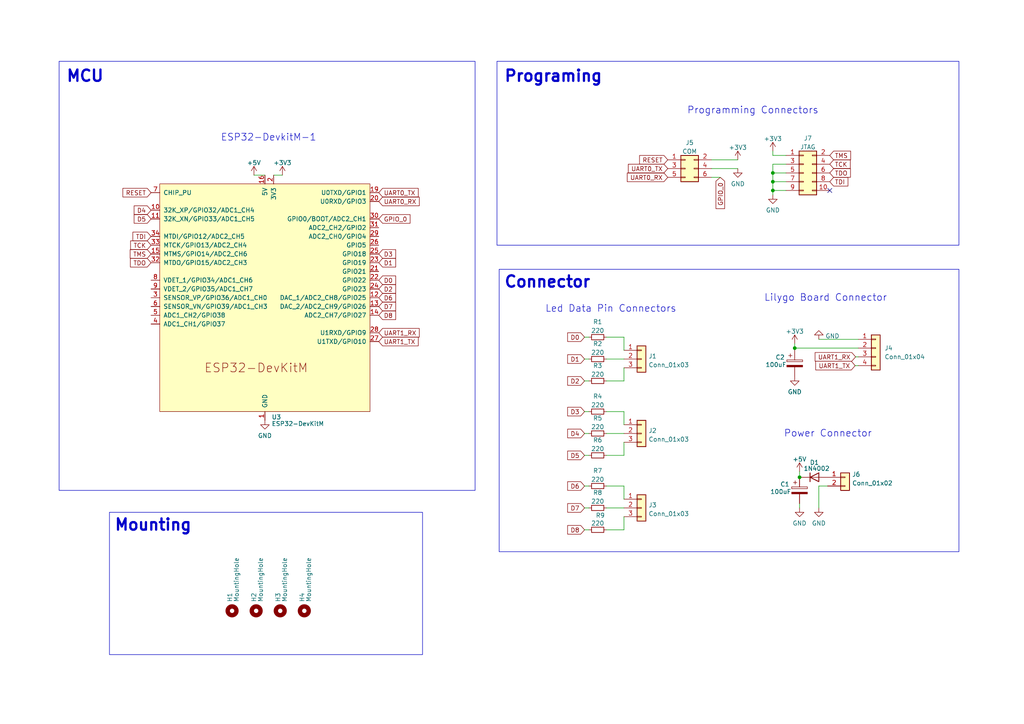
<source format=kicad_sch>
(kicad_sch (version 20230121) (generator eeschema)
  (paper "A4")
  (title_block (title "Led Cube Board") (date "2023-04-20") (rev "v1.0"))
  (lib_symbols
    (symbol "Connector_Generic:Conn_01x02" (pin_names (offset 1.016) hide)
      (property "Reference" "J" (at 0 2.54 0))
      (property "Value" "Conn_01x02" (at 0 -5.08 0))
      (symbol "Conn_01x02_1_1"
        (rectangle (start -1.27 -2.413) (end 0 -2.667) (stroke (width 0.1524)))
        (rectangle (start -1.27 0.127) (end 0 -0.127) (stroke (width 0.1524)))
        (rectangle (start -1.27 1.27) (end 1.27 -3.81) (stroke (width 0.254)) (fill (type background)))
        (pin passive line (at -5.08 0 0) (length 3.81) (name "Pin_1") (number "1"))
        (pin passive line (at -5.08 -2.54 0) (length 3.81) (name "Pin_2") (number "2"))
      )
    )
    (symbol "Connector_Generic:Conn_01x03" (pin_names (offset 1.016) hide)
      (property "Reference" "J" (at 0 5.08 0))
      (property "Value" "Conn_01x03" (at 0 -5.08 0))
      (symbol "Conn_01x03_1_1"
        (rectangle (start -1.27 -2.413) (end 0 -2.667) (stroke (width 0.1524)))
        (rectangle (start -1.27 0.127) (end 0 -0.127) (stroke (width 0.1524)))
        (rectangle (start -1.27 2.667) (end 0 2.413) (stroke (width 0.1524)))
        (rectangle (start -1.27 3.81) (end 1.27 -3.81) (stroke (width 0.254)) (fill (type background)))
        (pin passive line (at -5.08 2.54 0) (length 3.81) (name "Pin_1") (number "1"))
        (pin passive line (at -5.08 0 0) (length 3.81) (name "Pin_2") (number "2"))
        (pin passive line (at -5.08 -2.54 0) (length 3.81) (name "Pin_3") (number "3"))
      )
    )
    (symbol "Connector_Generic:Conn_01x04" (pin_names (offset 1.016) hide)
      (property "Reference" "J" (at 0 5.08 0))
      (property "Value" "Conn_01x04" (at 0 -7.62 0))
      (symbol "Conn_01x04_1_1"
        (rectangle (start -1.27 -4.953) (end 0 -5.207) (stroke (width 0.1524)))
        (rectangle (start -1.27 -2.413) (end 0 -2.667) (stroke (width 0.1524)))
        (rectangle (start -1.27 0.127) (end 0 -0.127) (stroke (width 0.1524)))
        (rectangle (start -1.27 2.667) (end 0 2.413) (stroke (width 0.1524)))
        (rectangle (start -1.27 3.81) (end 1.27 -6.35) (stroke (width 0.254)) (fill (type background)))
        (pin passive line (at -5.08 2.54 0) (length 3.81) (name "Pin_1") (number "1"))
        (pin passive line (at -5.08 0 0) (length 3.81) (name "Pin_2") (number "2"))
        (pin passive line (at -5.08 -2.54 0) (length 3.81) (name "Pin_3") (number "3"))
        (pin passive line (at -5.08 -5.08 0) (length 3.81) (name "Pin_4") (number "4"))
      )
    )
    (symbol "Connector_Generic:Conn_02x03_Odd_Even" (pin_names (offset 1.016) hide)
      (property "Reference" "J" (at 1.27 5.08 0))
      (property "Value" "Conn_02x03_Odd_Even" (at 1.27 -5.08 0))
      (symbol "Conn_02x03_Odd_Even_1_1"
        (rectangle (start -1.27 -2.413) (end 0 -2.667) (stroke (width 0.1524)))
        (rectangle (start -1.27 0.127) (end 0 -0.127) (stroke (width 0.1524)))
        (rectangle (start -1.27 2.667) (end 0 2.413) (stroke (width 0.1524)))
        (rectangle (start -1.27 3.81) (end 3.81 -3.81) (stroke (width 0.254)) (fill (type background)))
        (rectangle (start 3.81 -2.413) (end 2.54 -2.667) (stroke (width 0.1524)))
        (rectangle (start 3.81 0.127) (end 2.54 -0.127) (stroke (width 0.1524)))
        (rectangle (start 3.81 2.667) (end 2.54 2.413) (stroke (width 0.1524)))
        (pin passive line (at -5.08 2.54 0) (length 3.81) (name "Pin_1") (number "1"))
        (pin passive line (at 7.62 2.54 180) (length 3.81) (name "Pin_2") (number "2"))
        (pin passive line (at -5.08 0 0) (length 3.81) (name "Pin_3") (number "3"))
        (pin passive line (at 7.62 0 180) (length 3.81) (name "Pin_4") (number "4"))
        (pin passive line (at -5.08 -2.54 0) (length 3.81) (name "Pin_5") (number "5"))
        (pin passive line (at 7.62 -2.54 180) (length 3.81) (name "Pin_6") (number "6"))
      )
    )
    (symbol "Connector_Generic:Conn_02x05_Odd_Even" (pin_names (offset 1.016) hide)
      (property "Reference" "J" (at 1.27 7.62 0))
      (property "Value" "Conn_02x05_Odd_Even" (at 1.27 -7.62 0))
      (symbol "Conn_02x05_Odd_Even_1_1"
        (rectangle (start -1.27 -4.953) (end 0 -5.207) (stroke (width 0.1524)))
        (rectangle (start -1.27 -2.413) (end 0 -2.667) (stroke (width 0.1524)))
        (rectangle (start -1.27 0.127) (end 0 -0.127) (stroke (width 0.1524)))
        (rectangle (start -1.27 2.667) (end 0 2.413) (stroke (width 0.1524)))
        (rectangle (start -1.27 5.207) (end 0 4.953) (stroke (width 0.1524)))
        (rectangle (start -1.27 6.35) (end 3.81 -6.35) (stroke (width 0.254)) (fill (type background)))
        (rectangle (start 3.81 -4.953) (end 2.54 -5.207) (stroke (width 0.1524)))
        (rectangle (start 3.81 -2.413) (end 2.54 -2.667) (stroke (width 0.1524)))
        (rectangle (start 3.81 0.127) (end 2.54 -0.127) (stroke (width 0.1524)))
        (rectangle (start 3.81 2.667) (end 2.54 2.413) (stroke (width 0.1524)))
        (rectangle (start 3.81 5.207) (end 2.54 4.953) (stroke (width 0.1524)))
        (pin passive line (at -5.08 5.08 0) (length 3.81) (name "Pin_1") (number "1"))
        (pin passive line (at 7.62 -5.08 180) (length 3.81) (name "Pin_10") (number "10"))
        (pin passive line (at 7.62 5.08 180) (length 3.81) (name "Pin_2") (number "2"))
        (pin passive line (at -5.08 2.54 0) (length 3.81) (name "Pin_3") (number "3"))
        (pin passive line (at 7.62 2.54 180) (length 3.81) (name "Pin_4") (number "4"))
        (pin passive line (at -5.08 0 0) (length 3.81) (name "Pin_5") (number "5"))
        (pin passive line (at 7.62 0 180) (length 3.81) (name "Pin_6") (number "6"))
        (pin passive line (at -5.08 -2.54 0) (length 3.81) (name "Pin_7") (number "7"))
        (pin passive line (at 7.62 -2.54 180) (length 3.81) (name "Pin_8") (number "8"))
        (pin passive line (at -5.08 -5.08 0) (length 3.81) (name "Pin_9") (number "9"))
      )
    )
    (symbol "Device:C_Polarized" (pin_numbers hide) (pin_names (offset 0.254))
      (property "Reference" "C" (at 0.635 2.54 0))
      (property "Value" "C_Polarized" (at 0.635 -2.54 0))
      (symbol "C_Polarized_0_1"
        (rectangle (start -2.286 0.508) (end 2.286 1.016))
        (polyline (pts (xy -1.778 2.286) (xy -0.762 2.286)))
        (polyline (pts (xy -1.27 2.794) (xy -1.27 1.778)))
        (rectangle (start 2.286 -0.508) (end -2.286 -1.016) (fill (type outline)))
      )
      (symbol "C_Polarized_1_1"
        (pin passive line (at 0 3.81 270) (length 2.794) (name "~") (number "1"))
        (pin passive line (at 0 -3.81 90) (length 2.794) (name "~") (number "2"))
      )
    )
    (symbol "Device:D" (pin_numbers hide) (pin_names (offset 1.016) hide)
      (property "Reference" "D" (at 0 2.54 0))
      (property "Value" "D" (at 0 -2.54 0))
      (symbol "D_0_1"
        (polyline (pts (xy -1.27 1.27) (xy -1.27 -1.27)) (stroke (width 0.254)))
        (polyline (pts (xy 1.27 0) (xy -1.27 0)))
        (polyline (pts (xy 1.27 1.27) (xy 1.27 -1.27) (xy -1.27 0) (xy 1.27 1.27)) (stroke (width 0.254)))
      )
      (symbol "D_1_1"
        (pin passive line (at -3.81 0 0) (length 2.54) (name "K") (number "1"))
        (pin passive line (at 3.81 0 180) (length 2.54) (name "A") (number "2"))
      )
    )
    (symbol "Device:R_Small" (pin_numbers hide) (pin_names (offset 0.254) hide)
      (property "Reference" "R" (at 0.762 0.508 0))
      (property "Value" "R_Small" (at 0.762 -1.016 0))
      (symbol "R_Small_0_1"
        (rectangle (start -0.762 1.778) (end 0.762 -1.778) (stroke (width 0.2032)))
      )
      (symbol "R_Small_1_1"
        (pin passive line (at 0 2.54 270) (length 0.762) (name "~") (number "1"))
        (pin passive line (at 0 -2.54 90) (length 0.762) (name "~") (number "2"))
      )
    )
    (symbol "Mechanical:MountingHole" (pin_names (offset 1.016))
      (property "Reference" "H" (at 0 5.08 0))
      (property "Value" "MountingHole" (at 0 3.175 0))
      (symbol "MountingHole_0_1"
        (circle (center 0 0) (radius 1.27) (stroke (width 1.27)))
      )
    )
    (symbol "esp32:ESP32-DevKitM" (pin_names (offset 1.016))
      (property "Reference" "U" (at -30.48 38.1 0))
      (property "Value" "ESP32-DevKitM" (at -30.48 35.56 0))
      (symbol "ESP32-DevKitM_0_1"
        (rectangle (start -30.48 33.02) (end 30.48 -33.02) (fill (type background)))
      )
      (symbol "ESP32-DevKitM_1_0"
        (text "ESP32-DevKitM" (at -2.54 -20.32 0) (effects (font (size 2.54 2.54))))
        (pin power_in line (at 0 -35.56 90) (length 2.54) (name "GND") (number "1"))
        (pin power_in line (at 0 35.56 270) (length 2.54) (name "5V") (number "16"))
      )
      (symbol "ESP32-DevKitM_1_1"
        (pin bidirectional line (at -33.02 25.4 0) (length 2.54) (name "32K_XP/GPIO32/ADC1_CH4") (number "10"))
        (pin bidirectional line (at -33.02 22.86 0) (length 2.54) (name "32K_XN/GPIO33/ADC1_CH5") (number "11"))
        (pin bidirectional line (at 33.02 0 180) (length 2.54) (name "DAC_1/ADC2_CH8/GPIO25") (number "12"))
        (pin bidirectional line (at 33.02 -2.54 180) (length 2.54) (name "DAC_2/ADC2_CH9/GPIO26") (number "13"))
        (pin bidirectional line (at 33.02 -5.08 180) (length 2.54) (name "ADC2_CH7/GPIO27") (number "14"))
        (pin bidirectional line (at -33.02 12.7 0) (length 2.54) (name "MTMS/GPIO14/ADC2_CH6") (number "15"))
        (pin passive line (at 0 -35.56 90) (length 2.54) hide (name "GND") (number "17"))
        (pin passive line (at 0 -35.56 90) (length 2.54) hide (name "GND") (number "18"))
        (pin bidirectional line (at 33.02 30.48 180) (length 2.54) (name "U0TXD/GPIO1") (number "19"))
        (pin power_in line (at 2.54 35.56 270) (length 2.54) (name "3V3") (number "2"))
        (pin bidirectional line (at 33.02 27.94 180) (length 2.54) (name "U0RXD/GPIO3") (number "20"))
        (pin bidirectional line (at 33.02 7.62 180) (length 2.54) (name "GPIO21") (number "21"))
        (pin bidirectional line (at 33.02 5.08 180) (length 2.54) (name "GPIO22") (number "22"))
        (pin bidirectional line (at 33.02 10.16 180) (length 2.54) (name "GPIO19") (number "23"))
        (pin bidirectional line (at 33.02 2.54 180) (length 2.54) (name "GPIO23") (number "24"))
        (pin bidirectional line (at 33.02 12.7 180) (length 2.54) (name "GPIO18") (number "25"))
        (pin bidirectional line (at 33.02 15.24 180) (length 2.54) (name "GPIO5") (number "26"))
        (pin bidirectional line (at 33.02 -12.7 180) (length 2.54) (name "U1TXD/GPIO10") (number "27"))
        (pin bidirectional line (at 33.02 -10.16 180) (length 2.54) (name "U1RXD/GPIO9") (number "28"))
        (pin bidirectional line (at 33.02 17.78 180) (length 2.54) (name "ADC2_CH0/GPIO4") (number "29"))
        (pin input line (at -33.02 0 0) (length 2.54) (name "SENSOR_VP/GPIO36/ADC1_CH0") (number "3"))
        (pin bidirectional line (at 33.02 22.86 180) (length 2.54) (name "GPIO0/BOOT/ADC2_CH1") (number "30"))
        (pin bidirectional line (at 33.02 20.32 180) (length 2.54) (name "ADC2_CH2/GPIO2") (number "31"))
        (pin bidirectional line (at -33.02 10.16 0) (length 2.54) (name "MTDO/GPIO15/ADC2_CH3") (number "32"))
        (pin bidirectional line (at -33.02 15.24 0) (length 2.54) (name "MTCK/GPIO13/ADC2_CH4") (number "33"))
        (pin bidirectional line (at -33.02 17.78 0) (length 2.54) (name "MTDI/GPIO12/ADC2_CH5") (number "34"))
        (pin bidirectional line (at -33.02 -7.62 0) (length 2.54) (name "ADC1_CH1/GPIO37") (number "4"))
        (pin bidirectional line (at -33.02 -5.08 0) (length 2.54) (name "ADC1_CH2/GPIO38") (number "5"))
        (pin input line (at -33.02 -2.54 0) (length 2.54) (name "SENSOR_VN/GPIO39/ADC1_CH3") (number "6"))
        (pin input line (at -33.02 30.48 0) (length 2.54) (name "CHIP_PU") (number "7"))
        (pin input line (at -33.02 5.08 0) (length 2.54) (name "VDET_1/GPIO34/ADC1_CH6") (number "8"))
        (pin input line (at -33.02 2.54 0) (length 2.54) (name "VDET_2/GPIO35/ADC1_CH7") (number "9"))
      )
    )
    (symbol "power:+3V3" (power) (pin_names (offset 0))
      (property "Value" "+3V3" (at 0 3.556 0))
      (symbol "+3V3_0_1"
        (polyline (pts (xy -0.762 1.27) (xy 0 2.54)))
        (polyline (pts (xy 0 0) (xy 0 2.54)))
        (polyline (pts (xy 0 2.54) (xy 0.762 1.27)))
      )
      (symbol "+3V3_1_1"
        (pin power_in line (at 0 0 90) (length 0) hide (name "+3V3") (number "1"))
      )
    )
    (symbol "power:+5V" (power) (pin_names (offset 0))
      (property "Value" "+5V" (at 0 3.556 0))
      (symbol "+5V_0_1"
        (polyline (pts (xy -0.762 1.27) (xy 0 2.54)))
        (polyline (pts (xy 0 0) (xy 0 2.54)))
        (polyline (pts (xy 0 2.54) (xy 0.762 1.27)))
      )
      (symbol "+5V_1_1"
        (pin power_in line (at 0 0 90) (length 0) hide (name "+5V") (number "1"))
      )
    )
    (symbol "power:GND" (power) (pin_names (offset 0))
      (property "Value" "GND" (at 0 -3.81 0))
      (symbol "GND_0_1"
        (polyline (pts (xy 0 0) (xy 0 -1.27) (xy 1.27 -1.27) (xy 0 -2.54) (xy -1.27 -1.27) (xy 0 -1.27)))
      )
      (symbol "GND_1_1"
        (pin power_in line (at 0 0 270) (length 0) hide (name "GND") (number "1"))
      )
    )
  )
  (junction (at 231.902 138.43))
  (junction (at 224.155 50.165))
  (junction (at 224.155 55.245))
  (junction (at 224.155 52.705))
  (junction (at 230.505 100.965))
  (no_connect (at 240.665 55.245))
  (wire (pts (xy 175.895 125.73) (xy 180.975 125.73)))
  (wire (pts (xy 248.031 106.045) (xy 248.92 106.045)))
  (wire (pts (xy 169.545 125.73) (xy 170.815 125.73)))
  (wire (pts (xy 224.155 52.705) (xy 224.155 55.245)))
  (wire (pts (xy 175.895 132.08) (xy 180.975 132.08)))
  (wire (pts (xy 230.505 99.695) (xy 230.505 100.965)))
  (wire (pts (xy 180.975 140.97) (xy 175.895 140.97)))
  (wire (pts (xy 180.975 97.79) (xy 175.895 97.79)))
  (wire (pts (xy 169.545 119.38) (xy 170.815 119.38)))
  (wire (pts (xy 206.375 46.355) (xy 213.995 46.355)))
  (wire (pts (xy 175.895 104.14) (xy 180.975 104.14)))
  (wire (pts (xy 169.545 147.32) (xy 170.815 147.32)))
  (wire (pts (xy 224.155 50.165) (xy 224.155 52.705)))
  (wire (pts (xy 248.158 103.505) (xy 248.92 103.505)))
  (wire (pts (xy 224.155 45.085) (xy 224.155 43.815)))
  (wire (pts (xy 180.975 132.08) (xy 180.975 128.27)))
  (wire (pts (xy 224.155 50.165) (xy 227.965 50.165)))
  (wire (pts (xy 180.975 101.6) (xy 180.975 97.79)))
  (wire (pts (xy 76.835 50.8) (xy 73.66 50.8)))
  (wire (pts (xy 180.975 144.78) (xy 180.975 140.97)))
  (wire (pts (xy 224.155 55.245) (xy 224.155 56.515)))
  (wire (pts (xy 206.375 48.895) (xy 213.995 48.895)))
  (wire (pts (xy 240.03 140.97) (xy 237.49 140.97)))
  (wire (pts (xy 169.545 110.49) (xy 170.815 110.49)))
  (wire (pts (xy 230.505 100.965) (xy 230.505 101.6)))
  (wire (pts (xy 230.505 100.965) (xy 248.92 100.965)))
  (wire (pts (xy 224.155 55.245) (xy 227.965 55.245)))
  (wire (pts (xy 175.895 147.32) (xy 180.975 147.32)))
  (wire (pts (xy 81.915 50.8) (xy 79.375 50.8)))
  (wire (pts (xy 227.965 47.625) (xy 224.155 47.625)))
  (wire (pts (xy 180.975 119.38) (xy 180.975 123.19)))
  (wire (pts (xy 169.545 132.08) (xy 170.815 132.08)))
  (wire (pts (xy 175.895 153.67) (xy 180.975 153.67)))
  (wire (pts (xy 180.975 153.67) (xy 180.975 149.86)))
  (wire (pts (xy 169.545 104.14) (xy 170.815 104.14)))
  (wire (pts (xy 169.545 97.79) (xy 170.815 97.79)))
  (wire (pts (xy 227.965 45.085) (xy 224.155 45.085)))
  (wire (pts (xy 237.49 140.97) (xy 237.49 147.32)))
  (wire (pts (xy 169.545 140.97) (xy 170.815 140.97)))
  (wire (pts (xy 231.902 146.05) (xy 231.902 147.32)))
  (wire (pts (xy 175.895 110.49) (xy 180.975 110.49)))
  (wire (pts (xy 180.975 110.49) (xy 180.975 106.68)))
  (wire (pts (xy 180.975 119.38) (xy 175.895 119.38)))
  (wire (pts (xy 224.155 47.625) (xy 224.155 50.165)))
  (wire (pts (xy 231.902 138.43) (xy 232.41 138.43)))
  (wire (pts (xy 169.545 153.67) (xy 170.815 153.67)))
  (wire (pts (xy 231.902 136.779) (xy 231.902 138.43)))
  (wire (pts (xy 208.915 51.435) (xy 206.375 51.435)))
  (wire (pts (xy 224.155 52.705) (xy 227.965 52.705)))
  (wire (pts (xy 237.49 98.425) (xy 248.92 98.425)))
  (rectangle (start 144.145 17.78) (end 278.13 71.12))
  (rectangle (start 31.75 148.59) (end 122.555 189.865))
  (rectangle (start 144.78 78.105) (end 278.13 160.02))
  (rectangle (start 17.145 17.78) (end 137.795 142.24))
  (text "ESP32-DevkitM-1" (at 64.008 41.148 0) (effects (font (size 2 2)) (justify left bottom)))
  (text "Programming Connectors" (at 199.263 33.274 0) (effects (font (size 2 2)) (justify left bottom)))
  (text "Programing" (at 146.05 24.13 0) (effects (font (size 3.27 3.27) (thickness 0.654) bold) (justify left bottom)))
  (text "MCU" (at 19.05 24.13 0) (effects (font (size 3.27 3.27) (thickness 0.654) bold) (justify left bottom)))
  (text "Connector" (at 146.05 83.82 0) (effects (font (size 3.27 3.27) (thickness 0.654) bold) (justify left bottom)))
  (text "Mounting" (at 33.02 154.305 0) (effects (font (size 3.27 3.27) (thickness 0.654) bold) (justify left bottom)))
  (text "Lilygo Board Connector" (at 221.615 87.63 0) (effects (font (size 2 2)) (justify left bottom)))
  (text "Power Connector" (at 227.33 127 0) (effects (font (size 2 2)) (justify left bottom)))
  (text "Led Data Pin Connectors" (at 158.115 90.805 0) (effects (font (size 2 2)) (justify left bottom)))
  (global_label "D0" (shape input) (at 109.855 81.28 0) (property "Intersheetrefs" "${INTERSHEET_REFS}" (effects hide)))
  (global_label "D7" (shape input) (at 169.545 147.32 180) (property "Intersheetrefs" "${INTERSHEET_REFS}" (effects hide)))
  (global_label "RESET" (shape input) (at 43.815 55.88 180) (property "Intersheetrefs" "${INTERSHEET_REFS}" (effects hide)))
  (global_label "UART1_RX" (shape input) (at 248.158 103.505 180) (property "Intersheetrefs" "${INTERSHEET_REFS}" (effects hide)))
  (global_label "D3" (shape input) (at 109.855 73.66 0) (property "Intersheetrefs" "${INTERSHEET_REFS}" (effects hide)))
  (global_label "D7" (shape input) (at 109.855 88.9 0) (property "Intersheetrefs" "${INTERSHEET_REFS}" (effects hide)))
  (global_label "D2" (shape input) (at 169.545 110.49 180) (property "Intersheetrefs" "${INTERSHEET_REFS}" (effects hide)))
  (global_label "D8" (shape input) (at 109.855 91.44 0) (property "Intersheetrefs" "${INTERSHEET_REFS}" (effects hide)))
  (global_label "D1" (shape input) (at 109.855 76.2 0) (property "Intersheetrefs" "${INTERSHEET_REFS}" (effects hide)))
  (global_label "UART0_TX" (shape input) (at 193.675 48.895 180) (property "Intersheetrefs" "${INTERSHEET_REFS}" (effects hide)))
  (global_label "TMS" (shape input) (at 43.815 73.66 180) (property "Intersheetrefs" "${INTERSHEET_REFS}" (effects hide)))
  (global_label "RESET" (shape input) (at 193.675 46.355 180) (property "Intersheetrefs" "${INTERSHEET_REFS}" (effects hide)))
  (global_label "D8" (shape input) (at 169.545 153.67 180) (property "Intersheetrefs" "${INTERSHEET_REFS}" (effects hide)))
  (global_label "UART1_TX" (shape input) (at 248.031 106.045 180) (property "Intersheetrefs" "${INTERSHEET_REFS}" (effects hide)))
  (global_label "TDO" (shape input) (at 240.665 50.165 0) (property "Intersheetrefs" "${INTERSHEET_REFS}" (effects hide)))
  (global_label "TMS" (shape input) (at 240.665 45.085 0) (property "Intersheetrefs" "${INTERSHEET_REFS}" (effects hide)))
  (global_label "TCK" (shape input) (at 43.815 71.12 180) (property "Intersheetrefs" "${INTERSHEET_REFS}" (effects hide)))
  (global_label "TDO" (shape input) (at 43.815 76.2 180) (property "Intersheetrefs" "${INTERSHEET_REFS}" (effects hide)))
  (global_label "D3" (shape input) (at 169.545 119.38 180) (property "Intersheetrefs" "${INTERSHEET_REFS}" (effects hide)))
  (global_label "D4" (shape input) (at 43.815 60.96 180) (property "Intersheetrefs" "${INTERSHEET_REFS}" (effects hide)))
  (global_label "D4" (shape input) (at 169.545 125.73 180) (property "Intersheetrefs" "${INTERSHEET_REFS}" (effects hide)))
  (global_label "UART0_TX" (shape input) (at 109.855 55.88 0) (property "Intersheetrefs" "${INTERSHEET_REFS}" (effects hide)))
  (global_label "TDI" (shape input) (at 240.665 52.705 0) (property "Intersheetrefs" "${INTERSHEET_REFS}" (effects hide)))
  (global_label "D0" (shape input) (at 169.545 97.79 180) (property "Intersheetrefs" "${INTERSHEET_REFS}" (effects hide)))
  (global_label "D1" (shape input) (at 169.545 104.14 180) (property "Intersheetrefs" "${INTERSHEET_REFS}" (effects hide)))
  (global_label "UART0_RX" (shape input) (at 193.675 51.435 180) (property "Intersheetrefs" "${INTERSHEET_REFS}" (effects hide)))
  (global_label "D5" (shape input) (at 43.815 63.5 180) (property "Intersheetrefs" "${INTERSHEET_REFS}" (effects hide)))
  (global_label "UART1_RX" (shape input) (at 109.855 96.52 0) (property "Intersheetrefs" "${INTERSHEET_REFS}" (effects hide)))
  (global_label "UART0_RX" (shape input) (at 109.855 58.42 0) (property "Intersheetrefs" "${INTERSHEET_REFS}" (effects hide)))
  (global_label "D6" (shape input) (at 169.545 140.97 180) (property "Intersheetrefs" "${INTERSHEET_REFS}" (effects hide)))
  (global_label "D6" (shape input) (at 109.855 86.36 0) (property "Intersheetrefs" "${INTERSHEET_REFS}" (effects hide)))
  (global_label "D5" (shape input) (at 169.545 132.08 180) (property "Intersheetrefs" "${INTERSHEET_REFS}" (effects hide)))
  (global_label "GPIO_0" (shape input) (at 208.915 51.435 270) (property "Intersheetrefs" "${INTERSHEET_REFS}" (effects hide)))
  (global_label "GPIO_0" (shape input) (at 109.855 63.5 0) (property "Intersheetrefs" "${INTERSHEET_REFS}" (effects hide)))
  (global_label "D2" (shape input) (at 109.855 83.82 0) (property "Intersheetrefs" "${INTERSHEET_REFS}" (effects hide)))
  (global_label "UART1_TX" (shape input) (at 109.855 99.06 0) (property "Intersheetrefs" "${INTERSHEET_REFS}" (effects hide)))
  (global_label "TDI" (shape input) (at 43.815 68.58 180) (property "Intersheetrefs" "${INTERSHEET_REFS}" (effects hide)))
  (global_label "TCK" (shape input) (at 240.665 47.625 0) (property "Intersheetrefs" "${INTERSHEET_REFS}" (effects hide)))
  (symbol (lib_id "power:+5V") (at 73.66 50.8 0) (unit 1)
    (property "Reference" "#PWR05" (effects hide))
    (property "Value" "+5V" (at 73.66 47.2242 0))
  )
  (symbol (lib_id "Connector_Generic:Conn_02x03_Odd_Even") (at 198.755 48.895 0) (unit 1)
    (property "Reference" "J5" (at 200.025 41.3852 0))
    (property "Value" "COM" (at 200.025 43.9221 0))
    (property "Footprint" "Connectors:ESP_PROG_COM" (effects hide))
    (property "Datasheet" "https://cdn.amphenol-cs.com/media/wysiwyg/files/drawing/20021511.pdf" (effects hide))
    (property "Link" "https://www.digikey.ca/en/products/detail/amphenol-icc-fci/20021511-00006T4LF/4244981" (effects hide))
    (property "Digikey Part Number" "20021511-00006T4LF-ND" (effects hide))
    (property "Manufacturer Part Number" "20021511-00006T4LF" (effects hide))
  )
  (symbol (lib_id "Connector_Generic:Conn_01x03") (at 186.055 125.73 0) (unit 1)
    (property "Reference" "J2" (at 188.087 124.8953 0) (effects (justify left)))
    (property "Value" "Conn_01x03" (at 188.087 127.4322 0) (effects (justify left)))
    (property "Footprint" "Connector_JST:JST_XH_B3B-XH-A_1x03_P2.50mm_Vertical" (effects hide))
  )
  (symbol (lib_id "Device:C_Polarized") (at 231.902 142.24 0) (unit 1)
    (property "Reference" "C1" (at 226.314 140.462 0) (effects (justify left)))
    (property "Value" "100uF" (at 223.393 142.621 0) (effects (justify left)))
    (property "Footprint" "Capacitor_THT:C_Radial_D5.0mm_H5.0mm_P2.00mm" (effects hide))
  )
  (symbol (lib_id "Connector_Generic:Conn_01x03") (at 186.055 104.14 0) (unit 1)
    (property "Reference" "J1" (at 188.087 103.3053 0) (effects (justify left)))
    (property "Value" "Conn_01x03" (at 188.087 105.8422 0) (effects (justify left)))
    (property "Footprint" "Connector_JST:JST_XH_B3B-XH-A_1x03_P2.50mm_Vertical" (effects hide))
  )
  (symbol (lib_id "Device:R_Small") (at 173.355 153.67 90) (unit 1)
    (property "Reference" "R9" (at 174.117 149.4876 90))
    (property "Value" "220" (at 173.355 151.7705 90))
    (property "Footprint" "Resistor_SMD:R_0603_1608Metric_Pad0.98x0.95mm_HandSolder" (effects hide))
  )
  (symbol (lib_id "Device:C_Polarized") (at 230.505 105.41 0) (unit 1)
    (property "Reference" "C2" (at 224.917 103.632 0) (effects (justify left)))
    (property "Value" "100uF" (at 221.996 105.791 0) (effects (justify left)))
    (property "Footprint" "Capacitor_THT:C_Radial_D5.0mm_H5.0mm_P2.00mm" (effects hide))
  )
  (symbol (lib_id "power:+3V3") (at 230.505 99.695 0) (unit 1)
    (property "Reference" "#PWR0108" (effects hide))
    (property "Value" "+3V3" (at 230.505 96.1192 0))
  )
  (symbol (lib_id "esp32:ESP32-DevKitM") (at 76.835 86.36 0) (unit 1)
    (property "Reference" "U3" (at 78.7909 120.9755 0) (effects (justify left)))
    (property "Value" "ESP32-DevKitM" (at 78.7909 122.8965 0) (effects (justify left)))
    (property "Footprint" "Espressif:ESP32-DevKitM" (effects hide))
    (property "Datasheet" "https://docs.espressif.com/projects/esp-idf/zh_CN/latest/esp32/hw-reference/esp32/get-started-devkitc.html" (effects hide))
  )
  (symbol (lib_id "power:+5V") (at 231.902 136.779 0) (unit 1)
    (property "Reference" "#PWR0107" (effects hide))
    (property "Value" "+5V" (at 231.902 133.2032 0))
  )
  (symbol (lib_id "power:+3V3") (at 213.995 46.355 0) (unit 1)
    (property "Reference" "#PWR0103" (effects hide))
    (property "Value" "+3V3" (at 213.995 42.7792 0))
  )
  (symbol (lib_id "power:GND") (at 76.835 121.92 0) (unit 1)
    (property "Reference" "#PWR02" (effects hide))
    (property "Value" "GND" (at 76.835 126.3634 0))
  )
  (symbol (lib_id "Connector_Generic:Conn_02x05_Odd_Even") (at 233.045 50.165 0) (unit 1)
    (property "Reference" "J7" (at 234.315 40.1152 0))
    (property "Value" "JTAG" (at 234.315 42.6521 0))
    (property "Footprint" "Connectors:ESP_PROG_JTAG" (effects hide))
    (property "Datasheet" "http://www.cnctech.us/pdfs/3220-XX-0100-00_.pdf" (effects hide))
    (property "Link" "https://www.digikey.ca/en/products/detail/cnc-tech/3220-10-0100-00/3883661" (effects hide))
    (property "Digikey Part Number" "1175-1627-ND" (effects hide))
    (property "Manufacturer Part Number" "3220-10-0100-00" (effects hide))
  )
  (symbol (lib_id "Mechanical:MountingHole") (at 81.28 177.165 90) (unit 1)
    (property "Reference" "H3" (at 80.6363 174.625 0) (effects (justify left)))
    (property "Value" "MountingHole" (at 82.5573 174.625 0) (effects (justify left)))
    (property "Footprint" "MountingHole:MountingHole_3.2mm_M3_Pad" (effects hide))
  )
  (symbol (lib_id "Device:R_Small") (at 173.355 140.97 90) (unit 1)
    (property "Reference" "R7" (at 173.355 136.5336 90))
    (property "Value" "220" (at 173.355 139.0705 90))
    (property "Footprint" "Resistor_SMD:R_0603_1608Metric_Pad0.98x0.95mm_HandSolder" (effects hide))
  )
  (symbol (lib_id "power:GND") (at 224.155 56.515 0) (unit 1)
    (property "Reference" "#PWR0102" (effects hide))
    (property "Value" "GND" (at 224.155 60.9584 0))
  )
  (symbol (lib_id "Device:R_Small") (at 173.355 147.32 90) (unit 1)
    (property "Reference" "R8" (at 173.355 142.8836 90))
    (property "Value" "220" (at 173.355 145.4205 90))
    (property "Footprint" "Resistor_SMD:R_0603_1608Metric_Pad0.98x0.95mm_HandSolder" (effects hide))
  )
  (symbol (lib_id "Device:R_Small") (at 173.355 97.79 90) (unit 1)
    (property "Reference" "R1" (at 173.355 93.3536 90))
    (property "Value" "220" (at 173.355 95.8905 90))
    (property "Footprint" "Resistor_SMD:R_0603_1608Metric_Pad0.98x0.95mm_HandSolder" (effects hide))
  )
  (symbol (lib_id "Mechanical:MountingHole") (at 67.31 177.165 90) (unit 1)
    (property "Reference" "H1" (at 66.6663 174.625 0) (effects (justify left)))
    (property "Value" "MountingHole" (at 68.5873 174.625 0) (effects (justify left)))
    (property "Footprint" "MountingHole:MountingHole_3.2mm_M3_Pad" (effects hide))
  )
  (symbol (lib_id "power:+3V3") (at 81.915 50.8 0) (unit 1)
    (property "Reference" "#PWR01" (effects hide))
    (property "Value" "+3V3" (at 81.915 47.2242 0))
  )
  (symbol (lib_id "Connector_Generic:Conn_01x03") (at 186.055 147.32 0) (unit 1)
    (property "Reference" "J3" (at 188.087 146.4853 0) (effects (justify left)))
    (property "Value" "Conn_01x03" (at 188.087 149.0222 0) (effects (justify left)))
    (property "Footprint" "Connector_JST:JST_XH_B3B-XH-A_1x03_P2.50mm_Vertical" (effects hide))
  )
  (symbol (lib_id "power:GND") (at 230.505 109.22 0) (unit 1)
    (property "Reference" "#PWR07" (effects hide))
    (property "Value" "GND" (at 230.505 113.6634 0))
  )
  (symbol (lib_id "Mechanical:MountingHole") (at 88.265 177.165 90) (unit 1)
    (property "Reference" "H4" (at 87.6213 174.625 0) (effects (justify left)))
    (property "Value" "MountingHole" (at 89.5423 174.625 0) (effects (justify left)))
    (property "Footprint" "MountingHole:MountingHole_3.2mm_M3_Pad" (effects hide))
  )
  (symbol (lib_id "power:GND") (at 237.49 98.425 180) (unit 1)
    (property "Reference" "#PWR0109" (effects hide))
    (property "Value" "GND" (at 239.395 97.4718 0) (effects (justify right)))
  )
  (symbol (lib_id "Connector_Generic:Conn_01x04") (at 254 100.965 0) (unit 1)
    (property "Reference" "J4" (at 256.54 100.9649 0) (effects (justify left)))
    (property "Value" "Conn_01x04" (at 256.54 103.5049 0) (effects (justify left)))
    (property "Footprint" "Connectors:Grove_1x04" (effects hide))
  )
  (symbol (lib_id "Mechanical:MountingHole") (at 74.295 177.165 90) (unit 1)
    (property "Reference" "H2" (at 73.6513 174.625 0) (effects (justify left)))
    (property "Value" "MountingHole" (at 75.5723 174.625 0) (effects (justify left)))
    (property "Footprint" "MountingHole:MountingHole_3.2mm_M3_Pad" (effects hide))
  )
  (symbol (lib_id "Device:D") (at 236.22 138.43 0) (unit 1)
    (property "Reference" "D1" (at 236.22 134.1501 0))
    (property "Value" "1N4002" (at 236.855 135.89 0))
    (property "Footprint" "Diode_THT:D_DO-15_P10.16mm_Horizontal" (effects hide))
  )
  (symbol (lib_id "Device:R_Small") (at 173.355 132.08 90) (unit 1)
    (property "Reference" "R6" (at 173.355 127.6436 90))
    (property "Value" "220" (at 173.355 130.1805 90))
    (property "Footprint" "Resistor_SMD:R_0603_1608Metric_Pad0.98x0.95mm_HandSolder" (effects hide))
  )
  (symbol (lib_id "Device:R_Small") (at 173.355 104.14 90) (unit 1)
    (property "Reference" "R2" (at 173.355 99.7036 90))
    (property "Value" "220" (at 173.355 102.2405 90))
    (property "Footprint" "Resistor_SMD:R_0603_1608Metric_Pad0.98x0.95mm_HandSolder" (effects hide))
  )
  (symbol (lib_id "power:GND") (at 231.902 147.32 0) (unit 1)
    (property "Reference" "#PWR0105" (effects hide))
    (property "Value" "GND" (at 231.902 151.7634 0))
  )
  (symbol (lib_id "power:GND") (at 213.995 48.895 0) (unit 1)
    (property "Reference" "#PWR0101" (effects hide))
    (property "Value" "GND" (at 213.995 53.3384 0))
  )
  (symbol (lib_id "Device:R_Small") (at 173.355 119.38 90) (unit 1)
    (property "Reference" "R4" (at 173.355 114.9436 90))
    (property "Value" "220" (at 173.355 117.4805 90))
    (property "Footprint" "Resistor_SMD:R_0603_1608Metric_Pad0.98x0.95mm_HandSolder" (effects hide))
  )
  (symbol (lib_id "Device:R_Small") (at 173.355 110.49 90) (unit 1)
    (property "Reference" "R3" (at 173.355 106.0536 90))
    (property "Value" "220" (at 173.355 108.5905 90))
    (property "Footprint" "Resistor_SMD:R_0603_1608Metric_Pad0.98x0.95mm_HandSolder" (effects hide))
  )
  (symbol (lib_id "power:GND") (at 237.49 147.32 0) (unit 1)
    (property "Reference" "#PWR0106" (effects hide))
    (property "Value" "GND" (at 237.49 151.7634 0))
  )
  (symbol (lib_id "Connector_Generic:Conn_01x02") (at 245.11 138.43 0) (unit 1)
    (property "Reference" "J6" (at 247.142 137.5953 0) (effects (justify left)))
    (property "Value" "Conn_01x02" (at 247.142 140.1322 0) (effects (justify left)))
    (property "Footprint" "Connector_JST:JST_XH_B2B-XH-A_1x02_P2.50mm_Vertical" (effects hide))
  )
  (symbol (lib_id "Device:R_Small") (at 173.355 125.73 90) (unit 1)
    (property "Reference" "R5" (at 173.355 121.2936 90))
    (property "Value" "220" (at 173.355 123.8305 90))
    (property "Footprint" "Resistor_SMD:R_0603_1608Metric_Pad0.98x0.95mm_HandSolder" (effects hide))
  )
  (symbol (lib_id "power:+3V3") (at 224.155 43.815 0) (unit 1)
    (property "Reference" "#PWR0104" (effects hide))
    (property "Value" "+3V3" (at 224.155 40.2392 0))
  )
)
</source>
